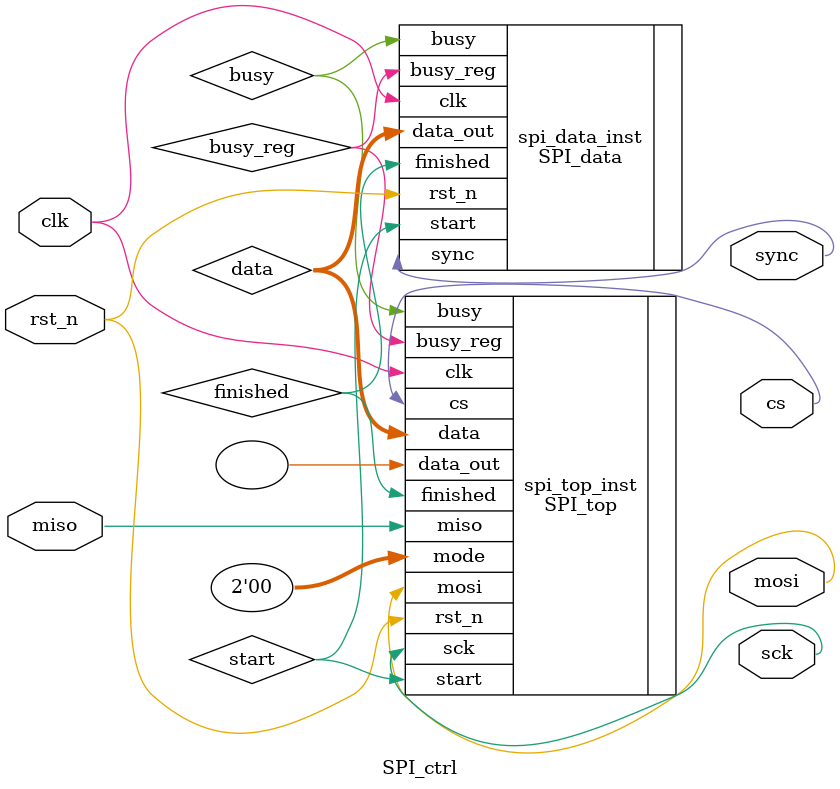
<source format=v>
`timescale 1ns / 1ps


module SPI_ctrl(
    input         clk         ,           //系统时钟 2倍SPI时钟
    input         rst_n       ,           //系统复位
    //SPI端口
    input         miso        ,           //从设备发送数据
    output        sync        ,           //同步信号
    output        sck         ,           //时钟信号
    output        mosi        ,           //主设备发送数据
    output        cs                     //片选信号
    //读取数据
    //output  [7:0] data_out                //读取数据
    );

    wire         start       ;           //开始信号
    wire   [7:0] data        ;           //主设备发送数据
    wire         finished    ;           //完成信号

    wire         busy        ;           //忙信号
    wire         busy_reg    ;           //忙信号寄存器


    //SPI协议模块
    SPI_top spi_top_inst (
        .clk        (clk            ),  
        .rst_n      (rst_n          ),
        //控制信号
        .start      (start          ),
        .finished   (finished       ),
        //SPI端口
        .miso       (miso           ),  
        .mode       (2'b00         ),
        .sck        (sck            ),
        .mosi       (mosi           ),
        .cs         (cs             ),
        //状态信号
        .busy       (busy           ),  //忙信号
        .busy_reg   (busy_reg       ),  //忙信号寄存器
        //数据
        .data       (data           ),  //发送数据
        .data_out   (               )   //接收数据

    );

    //SPI发送数据
    SPI_data spi_data_inst (
        .clk        (clk            ),
        .rst_n      (rst_n          ),
        .busy       (busy           ),
        .busy_reg   (busy_reg       ),
        .start      (start          ),
        .finished   (finished       ),
        .data_out   (data           ),
        .sync       (sync           )  //使能信号
    );
    
endmodule

</source>
